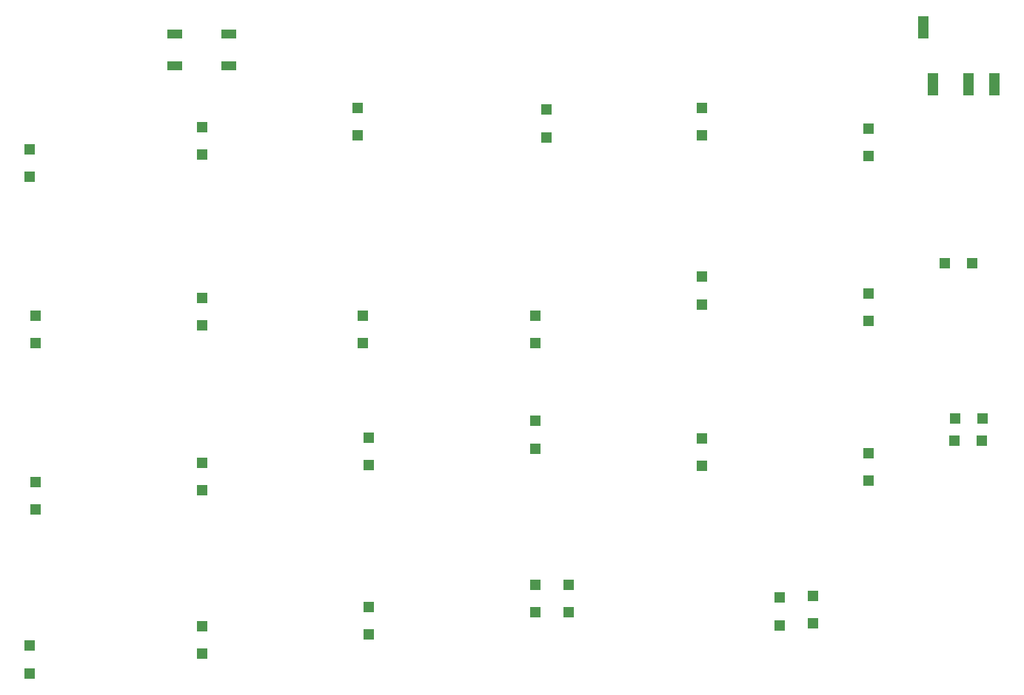
<source format=gbr>
G04 #@! TF.GenerationSoftware,KiCad,Pcbnew,(5.0.0)*
G04 #@! TF.CreationDate,2018-10-09T09:10:51-06:00*
G04 #@! TF.ProjectId,ErgoTravel,4572676F54726176656C2E6B69636164,rev?*
G04 #@! TF.SameCoordinates,Original*
G04 #@! TF.FileFunction,Paste,Top*
G04 #@! TF.FilePolarity,Positive*
%FSLAX46Y46*%
G04 Gerber Fmt 4.6, Leading zero omitted, Abs format (unit mm)*
G04 Created by KiCad (PCBNEW (5.0.0)) date 10/09/18 09:10:51*
%MOMM*%
%LPD*%
G01*
G04 APERTURE LIST*
%ADD10R,1.200000X1.200000*%
%ADD11R,1.200000X2.500000*%
%ADD12R,1.800000X1.100000*%
G04 APERTURE END LIST*
D10*
G04 #@! TO.C,D1*
X93345000Y-63195000D03*
X93345000Y-66345000D03*
G04 #@! TD*
G04 #@! TO.C,D2*
X93980000Y-82245000D03*
X93980000Y-85395000D03*
G04 #@! TD*
G04 #@! TO.C,D3*
X93980000Y-101295000D03*
X93980000Y-104445000D03*
G04 #@! TD*
G04 #@! TO.C,D4*
X93345000Y-120040000D03*
X93345000Y-123190000D03*
G04 #@! TD*
G04 #@! TO.C,D5*
X113030000Y-60655000D03*
X113030000Y-63805000D03*
G04 #@! TD*
G04 #@! TO.C,D6*
X113030000Y-80180000D03*
X113030000Y-83330000D03*
G04 #@! TD*
G04 #@! TO.C,D7*
X113030000Y-99060000D03*
X113030000Y-102210000D03*
G04 #@! TD*
G04 #@! TO.C,D8*
X113030000Y-117805000D03*
X113030000Y-120955000D03*
G04 #@! TD*
G04 #@! TO.C,D9*
X130810000Y-58445000D03*
X130810000Y-61595000D03*
G04 #@! TD*
G04 #@! TO.C,D10*
X131445000Y-82245000D03*
X131445000Y-85395000D03*
G04 #@! TD*
G04 #@! TO.C,D11*
X132080000Y-96215000D03*
X132080000Y-99365000D03*
G04 #@! TD*
G04 #@! TO.C,D12*
X132080000Y-115570000D03*
X132080000Y-118720000D03*
G04 #@! TD*
G04 #@! TO.C,D13*
X152400000Y-58660000D03*
X152400000Y-61810000D03*
G04 #@! TD*
G04 #@! TO.C,D14*
X151130000Y-82245000D03*
X151130000Y-85395000D03*
G04 #@! TD*
G04 #@! TO.C,D15*
X151130000Y-94310000D03*
X151130000Y-97460000D03*
G04 #@! TD*
G04 #@! TO.C,D16*
X151130000Y-113030000D03*
X151130000Y-116180000D03*
G04 #@! TD*
G04 #@! TO.C,D17*
X170180000Y-58420000D03*
X170180000Y-61570000D03*
G04 #@! TD*
G04 #@! TO.C,D18*
X170180000Y-77800000D03*
X170180000Y-80950000D03*
G04 #@! TD*
G04 #@! TO.C,D19*
X170180000Y-96305000D03*
X170180000Y-99455000D03*
G04 #@! TD*
G04 #@! TO.C,D20*
X179070000Y-114540000D03*
X179070000Y-117690000D03*
G04 #@! TD*
G04 #@! TO.C,D21*
X189230000Y-60815000D03*
X189230000Y-63965000D03*
G04 #@! TD*
G04 #@! TO.C,D22*
X189230000Y-79705000D03*
X189230000Y-82855000D03*
G04 #@! TD*
G04 #@! TO.C,D23*
X189230000Y-97960000D03*
X189230000Y-101110000D03*
G04 #@! TD*
G04 #@! TO.C,D24*
X182880000Y-114325000D03*
X182880000Y-117475000D03*
G04 #@! TD*
G04 #@! TO.C,D25*
X201125000Y-76200000D03*
X197975000Y-76200000D03*
G04 #@! TD*
G04 #@! TO.C,D26*
X202325000Y-93980000D03*
X199175000Y-93980000D03*
G04 #@! TD*
G04 #@! TO.C,D27*
X202235000Y-96520000D03*
X199085000Y-96520000D03*
G04 #@! TD*
D11*
G04 #@! TO.C,J2*
X195575000Y-49250000D03*
X196675000Y-55750000D03*
X200675000Y-55750000D03*
X203675000Y-55750000D03*
G04 #@! TD*
D12*
G04 #@! TO.C,SW1*
X116130000Y-53666000D03*
X109930000Y-53666000D03*
X116130000Y-49966000D03*
X109930000Y-49966000D03*
G04 #@! TD*
D10*
G04 #@! TO.C,D28*
X154940000Y-113054999D03*
X154940000Y-116204999D03*
G04 #@! TD*
M02*

</source>
